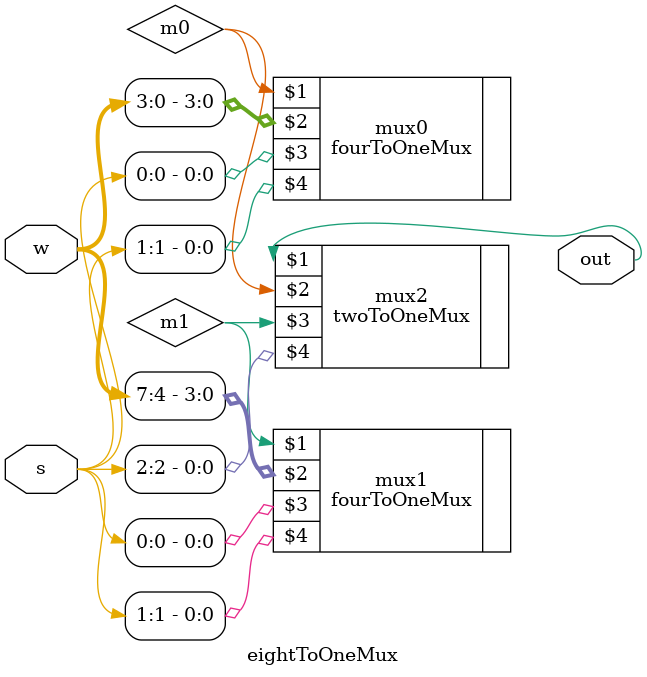
<source format=v>
`include "fourToOneMux.v"

module eightToOneMux(out, w, s);
	output out;
	input [7:0] w;
	input [2:0] s;
	wire m0, m1;

	fourToOneMux mux0(m0, w[3:0], s[0], s[1]);
	fourToOneMux mux1(m1, w[7:4], s[0], s[1]);
	twoToOneMux mux2(out, m0, m1, s[2]);

endmodule


</source>
